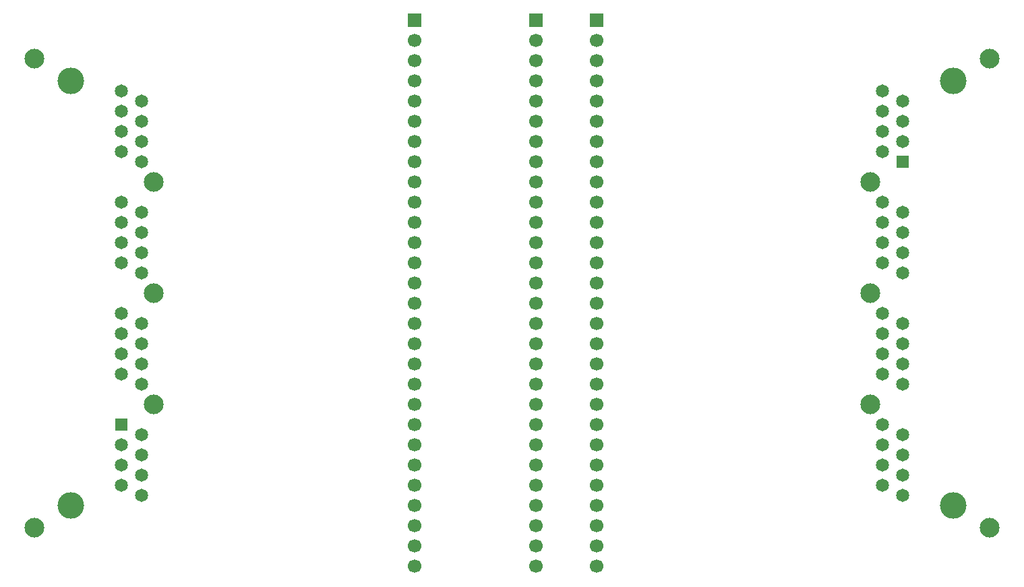
<source format=gbs>
%TF.GenerationSoftware,KiCad,Pcbnew,9.0.4*%
%TF.CreationDate,2025-08-27T20:12:52+02:00*%
%TF.ProjectId,HCP65 56 Pin Tester,48435036-3520-4353-9620-50696e205465,V1*%
%TF.SameCoordinates,Original*%
%TF.FileFunction,Soldermask,Bot*%
%TF.FilePolarity,Negative*%
%FSLAX46Y46*%
G04 Gerber Fmt 4.6, Leading zero omitted, Abs format (unit mm)*
G04 Created by KiCad (PCBNEW 9.0.4) date 2025-08-27 20:12:52*
%MOMM*%
%LPD*%
G01*
G04 APERTURE LIST*
%ADD10C,3.330000*%
%ADD11R,1.650000X1.650000*%
%ADD12C,1.650000*%
%ADD13C,2.475000*%
%ADD14R,1.700000X1.700000*%
%ADD15C,1.700000*%
G04 APERTURE END LIST*
D10*
%TO.C,J1*%
X-6350000Y1270000D03*
X-6350000Y-52070000D03*
D11*
X0Y-41910000D03*
D12*
X2540000Y-43180000D03*
X0Y-44450000D03*
X2540000Y-45720000D03*
X0Y-46989999D03*
X2540000Y-48260000D03*
X0Y-49530000D03*
X2540000Y-50800000D03*
X0Y-27940000D03*
X2540000Y-29210000D03*
X0Y-30479999D03*
X2540000Y-31750000D03*
X0Y-33020000D03*
X2540000Y-34290000D03*
X0Y-35560000D03*
X2540000Y-36830000D03*
X0Y-13970001D03*
X2540000Y-15240000D03*
X0Y-16510000D03*
X2540000Y-17780000D03*
X0Y-19050000D03*
X2540000Y-20320000D03*
X0Y-21590000D03*
X2540000Y-22860000D03*
X0Y0D03*
X2540000Y-1270000D03*
X0Y-2540000D03*
X2540000Y-3810000D03*
X0Y-5080000D03*
X2540000Y-6350000D03*
X0Y-7619999D03*
X2540000Y-8890000D03*
D13*
X-10920000Y4060000D03*
X4060000Y-11430000D03*
X4060000Y-25400001D03*
X4060000Y-39370000D03*
X-10920000Y-54860000D03*
%TD*%
D14*
%TO.C,J8*%
X36830000Y8890000D03*
D15*
X36830000Y6350000D03*
X36830000Y3810000D03*
X36830000Y1270000D03*
X36830000Y-1270000D03*
X36830000Y-3810000D03*
X36830000Y-6350000D03*
X36830000Y-8890000D03*
X36830000Y-11430000D03*
X36830000Y-13970000D03*
X36830000Y-16510000D03*
X36830000Y-19050000D03*
X36830000Y-21590000D03*
X36830000Y-24130000D03*
X36830000Y-26670000D03*
X36830000Y-29210000D03*
X36830000Y-31750000D03*
X36830000Y-34290000D03*
X36830000Y-36830000D03*
X36830000Y-39370000D03*
X36830000Y-41910000D03*
X36830000Y-44450000D03*
X36830000Y-46990000D03*
X36830000Y-49530000D03*
X36830000Y-52070000D03*
X36830000Y-54610000D03*
X36830000Y-57150000D03*
X36830000Y-59690000D03*
%TD*%
D14*
%TO.C,J3*%
X52070000Y8890000D03*
D15*
X52070000Y6350000D03*
X52070000Y3810000D03*
X52070000Y1270000D03*
X52070000Y-1270000D03*
X52070000Y-3810000D03*
X52070000Y-6350000D03*
X52070000Y-8890000D03*
X52070000Y-11430000D03*
X52070000Y-13970000D03*
X52070000Y-16510000D03*
X52070000Y-19050000D03*
X52070000Y-21590000D03*
X52070000Y-24130000D03*
X52070000Y-26670000D03*
X52070000Y-29210000D03*
X52070000Y-31750000D03*
X52070000Y-34290000D03*
X52070000Y-36830000D03*
X52070000Y-39370000D03*
X52070000Y-41910000D03*
X52070000Y-44450000D03*
X52070000Y-46990000D03*
X52070000Y-49530000D03*
X52070000Y-52070000D03*
X52070000Y-54610000D03*
X52070000Y-57150000D03*
X52070000Y-59690000D03*
%TD*%
D10*
%TO.C,J4*%
X104523500Y-52070000D03*
X104523500Y1270000D03*
D11*
X98173500Y-8890000D03*
D12*
X95633500Y-7620000D03*
X98173500Y-6350000D03*
X95633500Y-5080000D03*
X98173500Y-3810001D03*
X95633500Y-2540000D03*
X98173500Y-1270000D03*
X95633500Y0D03*
X98173500Y-22860000D03*
X95633500Y-21590000D03*
X98173500Y-20320001D03*
X95633500Y-19050000D03*
X98173500Y-17780000D03*
X95633500Y-16510000D03*
X98173500Y-15240000D03*
X95633500Y-13970000D03*
X98173500Y-36829999D03*
X95633500Y-35560000D03*
X98173500Y-34290000D03*
X95633500Y-33020000D03*
X98173500Y-31750000D03*
X95633500Y-30480000D03*
X98173500Y-29210000D03*
X95633500Y-27940000D03*
X98173500Y-50800000D03*
X95633500Y-49530000D03*
X98173500Y-48260000D03*
X95633500Y-46990000D03*
X98173500Y-45720000D03*
X95633500Y-44450000D03*
X98173500Y-43180001D03*
X95633500Y-41910000D03*
D13*
X109093500Y-54860000D03*
X94113500Y-39370000D03*
X94113500Y-25399999D03*
X94113500Y-11430000D03*
X109093500Y4060000D03*
%TD*%
D14*
%TO.C,J9*%
X59690000Y8890000D03*
D15*
X59690000Y6350000D03*
X59690000Y3810000D03*
X59690000Y1270000D03*
X59690000Y-1270000D03*
X59690000Y-3810000D03*
X59690000Y-6350000D03*
X59690000Y-8890000D03*
X59690000Y-11430000D03*
X59690000Y-13970000D03*
X59690000Y-16510000D03*
X59690000Y-19050000D03*
X59690000Y-21590000D03*
X59690000Y-24130000D03*
X59690000Y-26670000D03*
X59690000Y-29210000D03*
X59690000Y-31750000D03*
X59690000Y-34290000D03*
X59690000Y-36830000D03*
X59690000Y-39370000D03*
X59690000Y-41910000D03*
X59690000Y-44450000D03*
X59690000Y-46990000D03*
X59690000Y-49530000D03*
X59690000Y-52070000D03*
X59690000Y-54610000D03*
X59690000Y-57150000D03*
X59690000Y-59690000D03*
%TD*%
M02*

</source>
